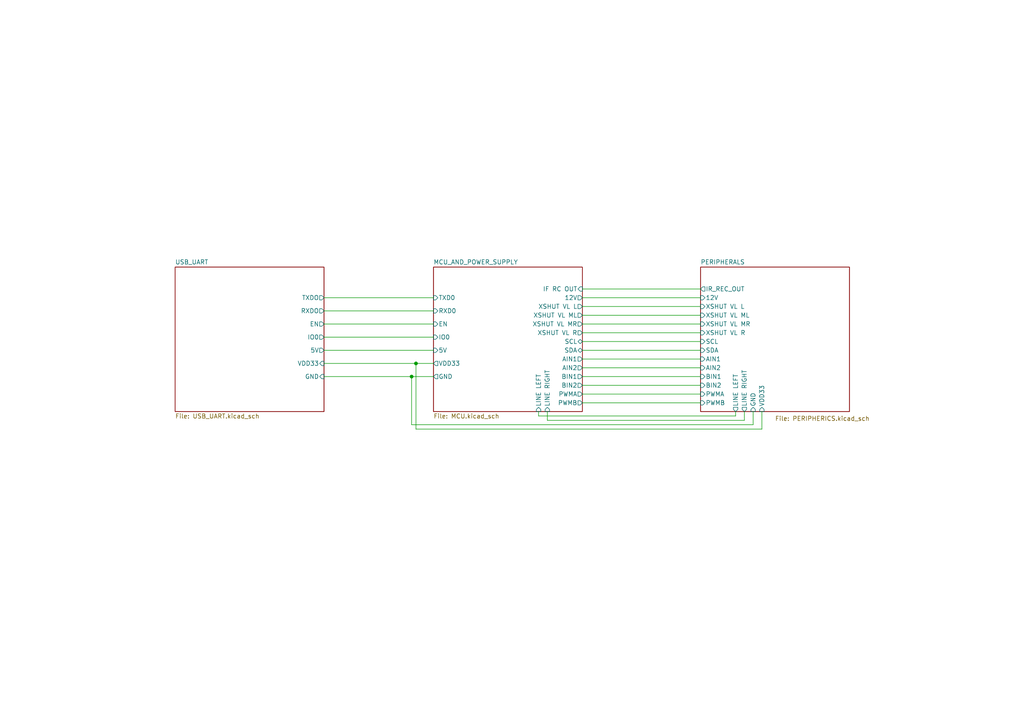
<source format=kicad_sch>
(kicad_sch (version 20230121) (generator eeschema)

  (uuid 6e0bec92-6b35-41b6-a0c5-083110db351f)

  (paper "A4")

  (lib_symbols
  )

  (junction (at 120.65 105.41) (diameter 0) (color 0 0 0 0)
    (uuid 71cac073-cc8d-452e-91e1-ade45bee0c55)
  )
  (junction (at 119.38 109.22) (diameter 0) (color 0 0 0 0)
    (uuid 7bd5f85c-4165-45ee-b343-2519d037f45b)
  )

  (wire (pts (xy 93.98 109.22) (xy 119.38 109.22))
    (stroke (width 0) (type default))
    (uuid 022bafbc-cfbd-4c81-b1ee-64b28f3f552e)
  )
  (wire (pts (xy 125.73 93.98) (xy 93.98 93.98))
    (stroke (width 0) (type default))
    (uuid 04b1f0c1-ce29-479c-8e4b-86a05b4cd137)
  )
  (wire (pts (xy 158.75 119.38) (xy 158.75 121.92))
    (stroke (width 0) (type default))
    (uuid 0ae133a7-e2a1-40e4-8bab-eea9b6374702)
  )
  (wire (pts (xy 125.73 86.36) (xy 93.98 86.36))
    (stroke (width 0) (type default))
    (uuid 0f739129-52fa-4802-933a-1f618861a91d)
  )
  (wire (pts (xy 125.73 101.6) (xy 93.98 101.6))
    (stroke (width 0) (type default))
    (uuid 14208d23-c68e-4ba0-bffc-ed8d0154f851)
  )
  (wire (pts (xy 93.98 105.41) (xy 120.65 105.41))
    (stroke (width 0) (type default))
    (uuid 14e74020-271a-428d-bea8-c5999009e797)
  )
  (wire (pts (xy 220.98 124.46) (xy 220.98 119.38))
    (stroke (width 0) (type default))
    (uuid 1e9c1d5c-fa76-428d-a453-c0c7eaf22ee1)
  )
  (wire (pts (xy 168.91 96.52) (xy 203.2 96.52))
    (stroke (width 0) (type default))
    (uuid 2b503fdd-c907-489d-8a78-60a9c6d9b12d)
  )
  (wire (pts (xy 168.91 99.06) (xy 203.2 99.06))
    (stroke (width 0) (type default))
    (uuid 32340774-08d1-4f9f-83f2-a03d4efd1310)
  )
  (wire (pts (xy 168.91 88.9) (xy 203.2 88.9))
    (stroke (width 0) (type default))
    (uuid 42046b1d-a23e-446f-9496-0d7f60b7d1a1)
  )
  (wire (pts (xy 120.65 105.41) (xy 125.73 105.41))
    (stroke (width 0) (type default))
    (uuid 567d0239-1731-415a-bbbb-d966013b54f2)
  )
  (wire (pts (xy 156.21 120.65) (xy 213.36 120.65))
    (stroke (width 0) (type default))
    (uuid 60035f01-a631-454d-9e86-fa0ff71169d5)
  )
  (wire (pts (xy 125.73 90.17) (xy 93.98 90.17))
    (stroke (width 0) (type default))
    (uuid 64448954-166a-4d2f-b555-2598cec7ce7f)
  )
  (wire (pts (xy 120.65 105.41) (xy 120.65 124.46))
    (stroke (width 0) (type default))
    (uuid 68bda8d5-8d2a-49ac-a9b5-bd6025ed8fa9)
  )
  (wire (pts (xy 119.38 109.22) (xy 119.38 123.19))
    (stroke (width 0) (type default))
    (uuid 71e7ffce-64cf-4fb1-b326-ca4111631488)
  )
  (wire (pts (xy 158.75 121.92) (xy 215.9 121.92))
    (stroke (width 0) (type default))
    (uuid 766dc0c3-1533-4937-80a8-f63ecde96e8f)
  )
  (wire (pts (xy 168.91 114.3) (xy 203.2 114.3))
    (stroke (width 0) (type default))
    (uuid 80928f5c-2013-4fe3-8882-fdd18a70ecbe)
  )
  (wire (pts (xy 168.91 111.76) (xy 203.2 111.76))
    (stroke (width 0) (type default))
    (uuid 823043bd-68ef-418b-b5c6-be4e7474772f)
  )
  (wire (pts (xy 125.73 97.79) (xy 93.98 97.79))
    (stroke (width 0) (type default))
    (uuid 83722a4c-289d-4b8d-a316-ffc3eaa8ade5)
  )
  (wire (pts (xy 168.91 101.6) (xy 203.2 101.6))
    (stroke (width 0) (type default))
    (uuid 86027b22-eb5a-4264-9548-bc3a54eecfdb)
  )
  (wire (pts (xy 218.44 123.19) (xy 218.44 119.38))
    (stroke (width 0) (type default))
    (uuid 8aba1756-19b5-4f49-9ae4-f4f24efcd3c3)
  )
  (wire (pts (xy 168.91 91.44) (xy 203.2 91.44))
    (stroke (width 0) (type default))
    (uuid 91bf6ccb-3b29-46c3-a732-7785caf4f9d7)
  )
  (wire (pts (xy 120.65 124.46) (xy 220.98 124.46))
    (stroke (width 0) (type default))
    (uuid 9f3783f4-76f2-4a10-abd1-06f67e407401)
  )
  (wire (pts (xy 168.91 106.68) (xy 203.2 106.68))
    (stroke (width 0) (type default))
    (uuid 9fc710e8-57d4-4bbe-8e62-d210b5c0ca19)
  )
  (wire (pts (xy 168.91 93.98) (xy 203.2 93.98))
    (stroke (width 0) (type default))
    (uuid a5c73720-b687-43bb-a5e4-608634de81ff)
  )
  (wire (pts (xy 168.91 116.84) (xy 203.2 116.84))
    (stroke (width 0) (type default))
    (uuid a8936c95-0296-4720-84c0-690922954efa)
  )
  (wire (pts (xy 168.91 86.36) (xy 203.2 86.36))
    (stroke (width 0) (type default))
    (uuid ac79fb11-eeb6-403c-a33a-d66e5639eba9)
  )
  (wire (pts (xy 168.91 83.82) (xy 203.2 83.82))
    (stroke (width 0) (type default))
    (uuid b8ca2eb4-5773-4f5b-b76f-0c5f11be02e1)
  )
  (wire (pts (xy 168.91 104.14) (xy 203.2 104.14))
    (stroke (width 0) (type default))
    (uuid c4eed7a5-d26b-4077-b057-3cedd94aea6a)
  )
  (wire (pts (xy 119.38 123.19) (xy 218.44 123.19))
    (stroke (width 0) (type default))
    (uuid c72aadf0-9394-4a11-9ddd-be9a20e2eb19)
  )
  (wire (pts (xy 215.9 121.92) (xy 215.9 119.38))
    (stroke (width 0) (type default))
    (uuid cd2f0892-2356-4725-96e9-f0a95d0c7dce)
  )
  (wire (pts (xy 213.36 120.65) (xy 213.36 119.38))
    (stroke (width 0) (type default))
    (uuid d426a510-8fc8-4284-b688-fb57337abf8a)
  )
  (wire (pts (xy 156.21 119.38) (xy 156.21 120.65))
    (stroke (width 0) (type default))
    (uuid ea5fd52c-02fb-407e-93f2-3f5801f7ce0a)
  )
  (wire (pts (xy 119.38 109.22) (xy 125.73 109.22))
    (stroke (width 0) (type default))
    (uuid ee67f96d-4550-483d-85a1-0e7a5ffcb1aa)
  )
  (wire (pts (xy 168.91 109.22) (xy 203.2 109.22))
    (stroke (width 0) (type default))
    (uuid ef55287a-e88b-4024-a96e-8fa8353b9027)
  )

  (sheet (at 203.2 77.47) (size 43.18 41.91)
    (stroke (width 0.1524) (type solid))
    (fill (color 0 0 0 0.0000))
    (uuid 04050282-ec98-483e-b8d6-4ad77c86a3e1)
    (property "Sheetname" "PERIPHERALS" (at 203.2 76.7584 0)
      (effects (font (size 1.27 1.27)) (justify left bottom))
    )
    (property "Sheetfile" "PERIPHERICS.kicad_sch" (at 224.79 120.65 0)
      (effects (font (size 1.27 1.27)) (justify left top))
    )
    (pin "12V" input (at 203.2 86.36 180)
      (effects (font (size 1.27 1.27)) (justify left))
      (uuid 7a04d11c-2038-4970-99ad-2af5b285a498)
    )
    (pin "IR_REC_OUT" output (at 203.2 83.82 180)
      (effects (font (size 1.27 1.27)) (justify left))
      (uuid 5f06b249-33ec-48e2-a25f-4272a60cbb4e)
    )
    (pin "XSHUT VL MR" input (at 203.2 93.98 180)
      (effects (font (size 1.27 1.27)) (justify left))
      (uuid 7559c745-ff55-471c-a0cc-c943cb5c1a5f)
    )
    (pin "XSHUT VL R" input (at 203.2 96.52 180)
      (effects (font (size 1.27 1.27)) (justify left))
      (uuid b30ab7de-e30f-4745-9bff-cf54376c4ce7)
    )
    (pin "XSHUT VL L" input (at 203.2 88.9 180)
      (effects (font (size 1.27 1.27)) (justify left))
      (uuid f38d8059-cdd4-4278-8c96-571b44cff116)
    )
    (pin "SCL" input (at 203.2 99.06 180)
      (effects (font (size 1.27 1.27)) (justify left))
      (uuid fa66520f-ada1-44e6-9f1b-142be22f462f)
    )
    (pin "SDA" input (at 203.2 101.6 180)
      (effects (font (size 1.27 1.27)) (justify left))
      (uuid a7f12622-7075-4c76-b3a6-2f791b073863)
    )
    (pin "AIN1" input (at 203.2 104.14 180)
      (effects (font (size 1.27 1.27)) (justify left))
      (uuid 88cd0e2b-098b-44e0-8c67-09bcbeb70d9d)
    )
    (pin "AIN2" input (at 203.2 106.68 180)
      (effects (font (size 1.27 1.27)) (justify left))
      (uuid c02dc557-b464-44e4-92d9-597bd9e5902e)
    )
    (pin "BIN1" input (at 203.2 109.22 180)
      (effects (font (size 1.27 1.27)) (justify left))
      (uuid b2e67dce-3704-45c2-9eca-717b3863dcbd)
    )
    (pin "BIN2" input (at 203.2 111.76 180)
      (effects (font (size 1.27 1.27)) (justify left))
      (uuid be860a9f-8eb8-4997-8e01-45fd0a22b393)
    )
    (pin "PWMA" input (at 203.2 114.3 180)
      (effects (font (size 1.27 1.27)) (justify left))
      (uuid ab417578-0fa0-4540-9841-3652770bd3df)
    )
    (pin "PWMB" input (at 203.2 116.84 180)
      (effects (font (size 1.27 1.27)) (justify left))
      (uuid 7fe33531-719f-4692-9f1b-3d32c8d31ff3)
    )
    (pin "VDD33" input (at 220.98 119.38 270)
      (effects (font (size 1.27 1.27)) (justify left))
      (uuid 8e75e8ab-bf02-45d2-928c-d3849b15f01e)
    )
    (pin "GND" input (at 218.44 119.38 270)
      (effects (font (size 1.27 1.27)) (justify left))
      (uuid 2e671987-30ec-4bec-a13a-f5727ec1acd9)
    )
    (pin "XSHUT VL ML" input (at 203.2 91.44 180)
      (effects (font (size 1.27 1.27)) (justify left))
      (uuid b1998fae-a0a3-4db5-aa5b-3e737734b3f5)
    )
    (pin "LINE LEFT" output (at 213.36 119.38 270)
      (effects (font (size 1.27 1.27)) (justify left))
      (uuid 9bb4b78f-8077-4320-8c02-6f6e86b9f7c1)
    )
    (pin "LINE RIGHT" output (at 215.9 119.38 270)
      (effects (font (size 1.27 1.27)) (justify left))
      (uuid c77c1f88-bd5e-4871-bbaf-06f08e2b9317)
    )
    (instances
      (project "SJ_V3"
        (path "/6e0bec92-6b35-41b6-a0c5-083110db351f" (page "4"))
      )
    )
  )

  (sheet (at 50.8 77.47) (size 43.18 41.91) (fields_autoplaced)
    (stroke (width 0.1524) (type solid))
    (fill (color 0 0 0 0.0000))
    (uuid 0731dd63-e1fa-4e1a-820c-2e81c9a170c0)
    (property "Sheetname" "USB_UART" (at 50.8 76.7584 0)
      (effects (font (size 1.27 1.27)) (justify left bottom))
    )
    (property "Sheetfile" "USB_UART.kicad_sch" (at 50.8 119.9646 0)
      (effects (font (size 1.27 1.27)) (justify left top))
    )
    (property "Campo2" "" (at 50.8 77.47 0)
      (effects (font (size 1.27 1.27)) hide)
    )
    (pin "IO0" output (at 93.98 97.79 0)
      (effects (font (size 1.27 1.27)) (justify right))
      (uuid a5aeba18-fa5f-49ec-bcb5-47c5978a2c4c)
    )
    (pin "EN" output (at 93.98 93.98 0)
      (effects (font (size 1.27 1.27)) (justify right))
      (uuid 3490390d-3f53-4ccc-b36f-d9b0fc25affe)
    )
    (pin "VDD33" input (at 93.98 105.41 0)
      (effects (font (size 1.27 1.27)) (justify right))
      (uuid 1b595257-5f5a-4140-933b-45d0c4fe1ddb)
    )
    (pin "5V" output (at 93.98 101.6 0)
      (effects (font (size 1.27 1.27)) (justify right))
      (uuid ec6c1d30-bed5-44f6-ac60-5dcec0d14ce9)
    )
    (pin "TXDO" output (at 93.98 86.36 0)
      (effects (font (size 1.27 1.27)) (justify right))
      (uuid 1e3ffbce-e637-4c8b-9dc9-6dbe21444dd7)
    )
    (pin "RXDO" output (at 93.98 90.17 0)
      (effects (font (size 1.27 1.27)) (justify right))
      (uuid ce02ab9b-0ec4-413e-91ac-bc89ece5b7fe)
    )
    (pin "GND" input (at 93.98 109.22 0)
      (effects (font (size 1.27 1.27)) (justify right))
      (uuid 2e728d03-199d-4c6d-b644-89f9d0e850d3)
    )
    (instances
      (project "SJ_V3"
        (path "/6e0bec92-6b35-41b6-a0c5-083110db351f" (page "3"))
      )
    )
  )

  (sheet (at 125.73 77.47) (size 43.18 41.91) (fields_autoplaced)
    (stroke (width 0.1524) (type solid))
    (fill (color 0 0 0 0.0000))
    (uuid 8c01d1ec-02a0-4d7c-a214-58f497231b6b)
    (property "Sheetname" "MCU_AND_POWER_SUPPLY" (at 125.73 76.7584 0)
      (effects (font (size 1.27 1.27)) (justify left bottom))
    )
    (property "Sheetfile" "MCU.kicad_sch" (at 125.73 119.9646 0)
      (effects (font (size 1.27 1.27)) (justify left top))
    )
    (pin "EN" input (at 125.73 93.98 180)
      (effects (font (size 1.27 1.27)) (justify left))
      (uuid ba090e70-4a9e-4be3-ad11-b512d7af0603)
    )
    (pin "IO0" input (at 125.73 97.79 180)
      (effects (font (size 1.27 1.27)) (justify left))
      (uuid 78761c23-3b74-4f9f-9af6-f2be45614cb2)
    )
    (pin "5V" input (at 125.73 101.6 180)
      (effects (font (size 1.27 1.27)) (justify left))
      (uuid 2c605e68-c40d-4f69-a485-4e112e763bbd)
    )
    (pin "VDD33" output (at 125.73 105.41 180)
      (effects (font (size 1.27 1.27)) (justify left))
      (uuid ec5c0b2e-82e1-49d2-bbd6-295298259731)
    )
    (pin "TXD0" input (at 125.73 86.36 180)
      (effects (font (size 1.27 1.27)) (justify left))
      (uuid deac1110-f35b-44f2-83ae-bf783ca16e51)
    )
    (pin "RXD0" input (at 125.73 90.17 180)
      (effects (font (size 1.27 1.27)) (justify left))
      (uuid 80aedd31-a598-4c47-9800-abb1e1023614)
    )
    (pin "GND" output (at 125.73 109.22 180)
      (effects (font (size 1.27 1.27)) (justify left))
      (uuid 1270158b-4915-49e8-ac6f-1c758ccde375)
    )
    (pin "12V" output (at 168.91 86.36 0)
      (effects (font (size 1.27 1.27)) (justify right))
      (uuid ef6ad7c7-ca0d-4769-b122-9be92e5ffe76)
    )
    (pin "PWMB" output (at 168.91 116.84 0)
      (effects (font (size 1.27 1.27)) (justify right))
      (uuid fde0d8c5-a8b0-410b-9089-47899215c428)
    )
    (pin "BIN2" output (at 168.91 111.76 0)
      (effects (font (size 1.27 1.27)) (justify right))
      (uuid 3c41af8b-2771-426d-a8e7-ee86092916c9)
    )
    (pin "BIN1" output (at 168.91 109.22 0)
      (effects (font (size 1.27 1.27)) (justify right))
      (uuid 586c7281-60ce-48dc-961b-09a776dfec6e)
    )
    (pin "AIN2" output (at 168.91 106.68 0)
      (effects (font (size 1.27 1.27)) (justify right))
      (uuid bece1e3f-3a3d-45d2-b4c8-d1e5fafedb75)
    )
    (pin "AIN1" output (at 168.91 104.14 0)
      (effects (font (size 1.27 1.27)) (justify right))
      (uuid d4173d55-2484-4ef9-985f-3fa87819d289)
    )
    (pin "PWMA" output (at 168.91 114.3 0)
      (effects (font (size 1.27 1.27)) (justify right))
      (uuid 56e94b9b-8322-491d-a3ba-75a0434580c1)
    )
    (pin "IF RC OUT" input (at 168.91 83.82 0)
      (effects (font (size 1.27 1.27)) (justify right))
      (uuid a7960336-f270-4952-a4c8-b0d8618fd8bd)
    )
    (pin "SCL" bidirectional (at 168.91 99.06 0)
      (effects (font (size 1.27 1.27)) (justify right))
      (uuid 13d1e91f-713f-4477-9a4f-c0085c983c4c)
    )
    (pin "SDA" bidirectional (at 168.91 101.6 0)
      (effects (font (size 1.27 1.27)) (justify right))
      (uuid 09e4a53b-e2e6-4c89-b64f-b6f9e34ead84)
    )
    (pin "XSHUT VL MR" output (at 168.91 93.98 0)
      (effects (font (size 1.27 1.27)) (justify right))
      (uuid 12affd31-1d29-49f9-bc07-da8a3d094580)
    )
    (pin "XSHUT VL L" output (at 168.91 88.9 0)
      (effects (font (size 1.27 1.27)) (justify right))
      (uuid 91fed76c-7128-42c8-9fc8-ccaa3765cc8a)
    )
    (pin "LINE LEFT" input (at 156.21 119.38 270)
      (effects (font (size 1.27 1.27)) (justify left))
      (uuid b339ac1d-2900-4c4e-8875-820e08c9cf19)
    )
    (pin "LINE RIGHT" input (at 158.75 119.38 270)
      (effects (font (size 1.27 1.27)) (justify left))
      (uuid b040209c-5a5a-4e21-9079-a2a1bca28b41)
    )
    (pin "XSHUT VL R" output (at 168.91 96.52 0)
      (effects (font (size 1.27 1.27)) (justify right))
      (uuid fd8170a5-9b4c-4a57-a7b6-ba7b551b7895)
    )
    (pin "XSHUT VL ML" output (at 168.91 91.44 0)
      (effects (font (size 1.27 1.27)) (justify right))
      (uuid b5b5c3ca-193d-478a-8aaf-ddb8e673b731)
    )
    (instances
      (project "SJ_V3"
        (path "/6e0bec92-6b35-41b6-a0c5-083110db351f" (page "2"))
      )
    )
  )

  (sheet_instances
    (path "/" (page "1"))
  )
)

</source>
